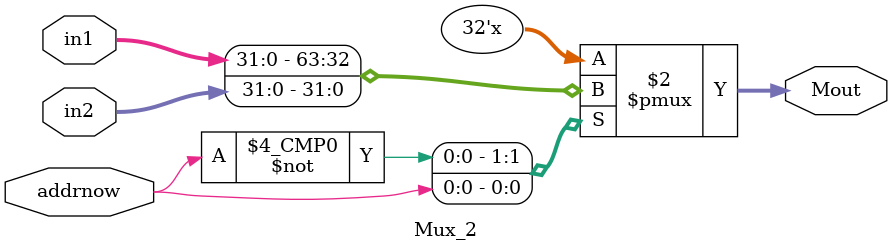
<source format=v>

module Mux_4_32 (addrnow,in1,in2,in3,in4,Mout);
    input [1:0]    addrnow;
    input [31:0]   in1,in2,in3,in4;
    output [31:0]  Mout;
    reg [31:0]     Mout;
    always@(addrnow or in1 or in2 or in3 or in4 ) 
    begin
        case(addrnow)
            2'b00: Mout <= in1;
            2'b01: Mout <= in2;
            2'b10: Mout <= in3;
            2'b11: Mout <= in4;
        endcase
    end
endmodule

//rewrite 4_5, more input needed
module Mux_4_5 (muxSel,in1,in2,in3,in4, Mout);
    input [1:0]     muxSel;
    input [4:0]     in1,in2,in3,in4;
    output [4:0]    Mout;
    reg [4:0]       Mout;
    always@(muxSel or in1 or in2 or in3 or in4) 
    begin
        case(muxSel)
            2'b00: Mout <= in1;//rt
            2'b01: Mout <= in2;//rd
            2'b10: Mout <= in3;
            2'b11: Mout <= in4;  //ext
        endcase
    end
endmodule

module Mux_2 (addrnow,in1,in2,Mout);    //actually not useful
    input  addrnow;
    input [31:0] in1,in2;
    output [31:0] Mout;
    reg [31:0] Mout;
    always@(addrnow or in1 or in2 ) 
    begin
        case(addrnow)
            1'b0: Mout <= in1;
            1'b1: Mout <= in2;
        endcase
    end
endmodule
</source>
